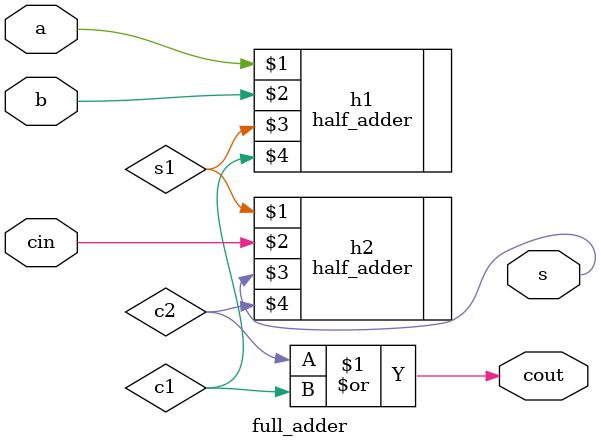
<source format=v>
module full_adder (a, b, cin, s, cout);
	input a, b, cin;
	output s, cout;
	wire a, b, cin, s, cout, s1, c1, c2;
	
	half_adder h1(a, b, s1, c1);	
	half_adder h2(s1, cin, s, c2);	  
	
	assign cout = c2 | c1;
endmodule
</source>
